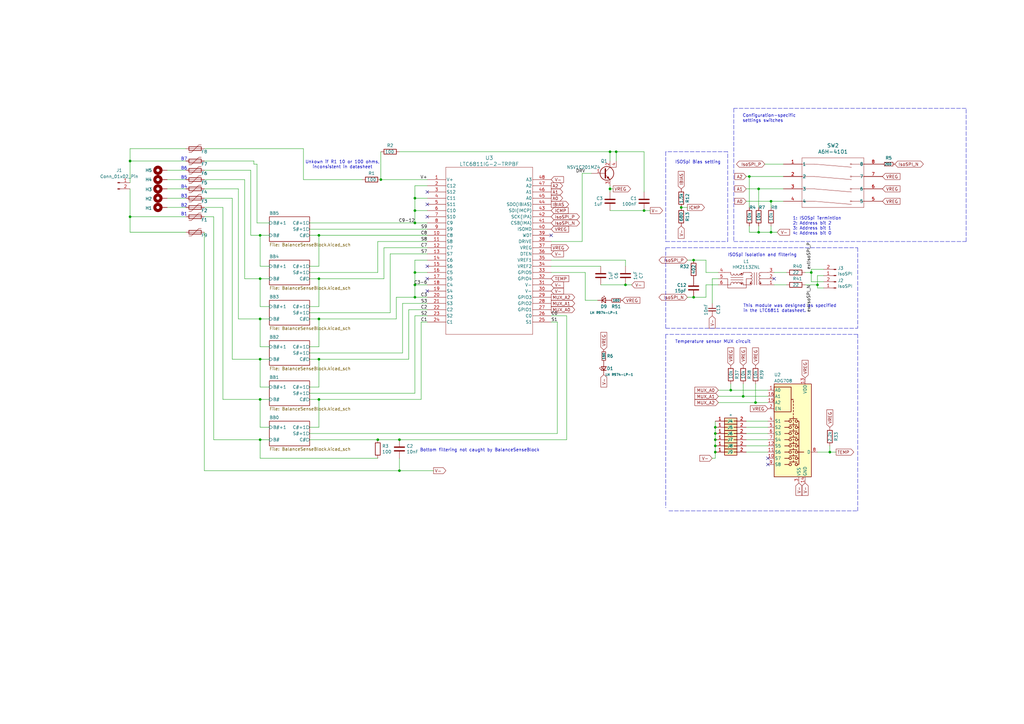
<source format=kicad_sch>
(kicad_sch (version 20231120) (generator "eeschema") (generator_version "8.0")
  (paper "A3")
  (lib_symbols
    (symbol "Connector:Conn_01x02_Pin" (pin_names (offset 1.016) hide)
      (property "Reference" "J" (at 0 2.54 0))
      (property "Value" "Conn_01x02_Pin" (at 0 -5.08 0))
      (symbol "Conn_01x02_Pin_1_1"
        (pin passive line (at 5.08 0 180) (length 3.81) (name "Pin_1") (number "1"))
        (pin passive line (at 5.08 -2.54 180) (length 3.81) (name "Pin_2") (number "2"))
      )
    )
    (symbol "Connector_Generic:Conn_02x01" (pin_names (offset 1.016) hide)
      (property "Reference" "J" (at 1.27 2.54 0))
      (property "Value" "Conn_02x01" (at 1.27 -2.54 0))
      (symbol "Conn_02x01_1_1"
        (pin passive line (at -5.08 0 0) (length 3.81) (name "Pin_1") (number "1"))
        (pin passive line (at 7.62 0 180) (length 3.81) (name "Pin_2") (number "2"))
      )
    )
    (symbol "Device:C" (pin_numbers hide) (pin_names (offset 0.254))
      (property "Reference" "C" (at 0.635 2.54 0))
      (property "Value" "C" (at 0.635 -2.54 0))
      (symbol "C_1_1"
        (pin passive line (at 0 3.81 270) (length 2.794) (name "~") (number "1"))
        (pin passive line (at 0 -3.81 90) (length 2.794) (name "~") (number "2"))
      )
    )
    (symbol "Device:C_Small" (pin_numbers hide) (pin_names (offset 0.254) hide)
      (property "Reference" "C" (at 0.254 1.778 0))
      (property "Value" "C_Small" (at 0.254 -2.032 0))
      (symbol "C_Small_1_1"
        (pin passive line (at 0 2.54 270) (length 2.032) (name "~") (number "1"))
        (pin passive line (at 0 -2.54 90) (length 2.032) (name "~") (number "2"))
      )
    )
    (symbol "Device:LED_Small" (pin_numbers hide) (pin_names (offset 0.254) hide)
      (property "Reference" "D" (at -1.27 3.175 0))
      (property "Value" "LED_Small" (at -4.445 -2.54 0))
      (symbol "LED_Small_1_1"
        (pin passive line (at -2.54 0 0) (length 1.778) (name "K") (number "1"))
        (pin passive line (at 2.54 0 180) (length 1.778) (name "A") (number "2"))
      )
    )
    (symbol "Device:Polyfuse" (pin_numbers hide) (pin_names (offset 0))
      (property "Reference" "F" (at -2.54 0 90))
      (property "Value" "Polyfuse" (at 2.54 0 90))
      (symbol "Polyfuse_1_1"
        (pin passive line (at 0 3.81 270) (length 1.27) (name "~") (number "1"))
        (pin passive line (at 0 -3.81 90) (length 1.27) (name "~") (number "2"))
      )
    )
    (symbol "Device:Q_NPN_BCEC" (pin_names (offset 0) hide)
      (property "Reference" "Q" (at 5.08 1.27 0))
      (property "Value" "Q_NPN_BCEC" (at 5.08 -1.27 0))
      (symbol "Q_NPN_BCEC_1_1"
        (pin input line (at -5.08 0 0) (length 5.715) (name "B") (number "1"))
        (pin passive line (at 2.54 5.08 270) (length 2.54) (name "C") (number "2"))
        (pin passive line (at 2.54 -5.08 90) (length 2.54) (name "E") (number "3"))
        (pin passive line (at 5.08 5.08 270) (length 2.54) (name "C") (number "4"))
      )
    )
    (symbol "Device:R" (pin_numbers hide) (pin_names (offset 0))
      (property "Reference" "R" (at 2.032 0 90))
      (property "Value" "R" (at 0 0 90))
      (symbol "R_1_1"
        (pin passive line (at 0 3.81 270) (length 1.27) (name "~") (number "1"))
        (pin passive line (at 0 -3.81 90) (length 1.27) (name "~") (number "2"))
      )
    )
    (symbol "Device:R_Small" (pin_numbers hide) (pin_names (offset 0.254) hide)
      (property "Reference" "R" (at 0.762 0.508 0))
      (property "Value" "R_Small" (at 0.762 -1.016 0))
      (symbol "R_Small_1_1"
        (pin passive line (at 0 2.54 270) (length 0.762) (name "~") (number "1"))
        (pin passive line (at 0 -2.54 90) (length 0.762) (name "~") (number "2"))
      )
    )
    (symbol "FSSymbols:ADG708" (pin_names (offset 0.254))
      (property "Reference" "U" (at -7.62 23.495 0))
      (property "Value" "ADG708" (at -7.62 21.59 0))
      (symbol "ADG708_1_1"
        (pin input line (at -10.16 15.24 0) (length 2.54) (name "A0") (number "1"))
        (pin bidirectional line (at -10.16 -12.7 0) (length 2.54) (name "S7") (number "10"))
        (pin bidirectional line (at -10.16 -10.16 0) (length 2.54) (name "S6") (number "11"))
        (pin bidirectional line (at -10.16 -7.62 0) (length 2.54) (name "S5") (number "12"))
        (pin power_in line (at 5.08 20.32 270) (length 2.54) (name "VDD") (number "13"))
        (pin power_in line (at 5.08 -22.86 90) (length 2.54) (name "GND") (number "14"))
        (pin input line (at -10.16 10.16 0) (length 2.54) (name "A2") (number "15"))
        (pin input line (at -10.16 12.7 0) (length 2.54) (name "A1") (number "16"))
        (pin input line (at -10.16 7.62 0) (length 2.54) (name "EN") (number "2"))
        (pin power_in line (at 2.54 -22.86 90) (length 2.54) (name "VSS") (number "3"))
        (pin bidirectional line (at -10.16 2.54 0) (length 2.54) (name "S1") (number "4"))
        (pin bidirectional line (at -10.16 0 0) (length 2.54) (name "S2") (number "5"))
        (pin bidirectional line (at -10.16 -2.54 0) (length 2.54) (name "S3") (number "6"))
        (pin bidirectional line (at -10.16 -5.08 0) (length 2.54) (name "S4") (number "7"))
        (pin bidirectional line (at 10.16 -10.16 180) (length 2.54) (name "D") (number "8"))
        (pin bidirectional line (at -10.16 -15.24 0) (length 2.54) (name "S8") (number "9"))
      )
    )
    (symbol "FSSymbols:HM2113ZNL" (pin_names (offset 0.254) hide)
      (property "Reference" "L" (at 0 7.62 0))
      (property "Value" "HM2113ZNL" (at 0 5.08 0))
      (symbol "HM2113ZNL_1_1"
        (pin passive line (at 11.43 -2.54 180) (length 2.54) (name "1") (number "1"))
        (pin passive line (at 11.43 0 180) (length 2.54) (name "2") (number "2"))
        (pin passive line (at 11.43 2.54 180) (length 2.54) (name "3") (number "3"))
        (pin passive line (at -11.43 2.54 0) (length 2.54) (name "4") (number "4"))
        (pin passive line (at -11.43 0 0) (length 2.54) (name "5") (number "5"))
        (pin passive line (at -11.43 -2.54 0) (length 2.54) (name "6") (number "6"))
      )
    )
    (symbol "FS_3_Global_Symbol_Library:A6H-4101" (pin_names (offset 0.254))
      (property "Reference" "SW" (at 20.32 7.62 0))
      (property "Value" "A6H-4101" (at 20.32 5.08 0))
      (symbol "A6H-4101_0_1"
        (pin unspecified line (at 0 0 0) (length 7.62) (name "1") (number "1"))
        (pin unspecified line (at 0 -5.08 0) (length 7.62) (name "2") (number "2"))
        (pin unspecified line (at 0 -10.16 0) (length 7.62) (name "3") (number "3"))
        (pin unspecified line (at 0 -15.24 0) (length 7.62) (name "4") (number "4"))
        (pin unspecified line (at 40.64 -15.24 180) (length 7.62) (name "5") (number "5"))
        (pin unspecified line (at 40.64 -10.16 180) (length 7.62) (name "6") (number "6"))
        (pin unspecified line (at 40.64 -5.08 180) (length 7.62) (name "7") (number "7"))
        (pin unspecified line (at 40.64 0 180) (length 7.62) (name "8") (number "8"))
      )
    )
    (symbol "FS_3_Global_Symbol_Library:LTC6811IG-2-TRPBF" (pin_names (offset 0.254))
      (property "Reference" "U" (at 25.4 10.16 0))
      (property "Value" "LTC6811IG-2-TRPBF" (at 25.4 7.62 0))
      (symbol "LTC6811IG-2-TRPBF_0_1"
        (pin power_in line (at 0 0 0) (length 7.62) (name "V+") (number "1"))
        (pin input line (at 0 -22.86 0) (length 7.62) (name "C8") (number "10"))
        (pin bidirectional line (at 0 -25.4 0) (length 7.62) (name "S8") (number "11"))
        (pin input line (at 0 -27.94 0) (length 7.62) (name "C7") (number "12"))
        (pin bidirectional line (at 0 -30.48 0) (length 7.62) (name "S7") (number "13"))
        (pin input line (at 0 -33.02 0) (length 7.62) (name "C6") (number "14"))
        (pin bidirectional line (at 0 -35.56 0) (length 7.62) (name "S6") (number "15"))
        (pin input line (at 0 -38.1 0) (length 7.62) (name "C5") (number "16"))
        (pin bidirectional line (at 0 -40.64 0) (length 7.62) (name "S5") (number "17"))
        (pin input line (at 0 -43.18 0) (length 7.62) (name "C4") (number "18"))
        (pin bidirectional line (at 0 -45.72 0) (length 7.62) (name "S4") (number "19"))
        (pin input line (at 0 -2.54 0) (length 7.62) (name "C12") (number "2"))
        (pin input line (at 0 -48.26 0) (length 7.62) (name "C3") (number "20"))
        (pin bidirectional line (at 0 -50.8 0) (length 7.62) (name "S3") (number "21"))
        (pin input line (at 0 -53.34 0) (length 7.62) (name "C2") (number "22"))
        (pin bidirectional line (at 0 -55.88 0) (length 7.62) (name "S2") (number "23"))
        (pin input line (at 0 -58.42 0) (length 7.62) (name "C1") (number "24"))
        (pin bidirectional line (at 50.8 -58.42 180) (length 7.62) (name "S1") (number "25"))
        (pin input line (at 50.8 -55.88 180) (length 7.62) (name "C0") (number "26"))
        (pin bidirectional line (at 50.8 -53.34 180) (length 7.62) (name "GPIO1") (number "27"))
        (pin bidirectional line (at 50.8 -50.8 180) (length 7.62) (name "GPIO2") (number "28"))
        (pin bidirectional line (at 50.8 -48.26 180) (length 7.62) (name "GPIO3") (number "29"))
        (pin bidirectional line (at 0 -5.08 0) (length 7.62) (name "S12") (number "3"))
        (pin power_in line (at 50.8 -45.72 180) (length 7.62) (name "V-") (number "30"))
        (pin power_in line (at 50.8 -43.18 180) (length 7.62) (name "V-") (number "31"))
        (pin bidirectional line (at 50.8 -40.64 180) (length 7.62) (name "GPIO4") (number "32"))
        (pin bidirectional line (at 50.8 -38.1 180) (length 7.62) (name "GPIO5") (number "33"))
        (pin power_in line (at 50.8 -35.56 180) (length 7.62) (name "VREF2") (number "34"))
        (pin power_in line (at 50.8 -33.02 180) (length 7.62) (name "VREF1") (number "35"))
        (pin input line (at 50.8 -30.48 180) (length 7.62) (name "DTEN") (number "36"))
        (pin power_in line (at 50.8 -27.94 180) (length 7.62) (name "VREG") (number "37"))
        (pin power_in line (at 50.8 -25.4 180) (length 7.62) (name "DRIVE") (number "38"))
        (pin output line (at 50.8 -22.86 180) (length 7.62) (name "WDT") (number "39"))
        (pin input line (at 0 -7.62 0) (length 7.62) (name "C11") (number "4"))
        (pin unspecified line (at 50.8 -20.32 180) (length 7.62) (name "ISOMD") (number "40"))
        (pin bidirectional line (at 50.8 -17.78 180) (length 7.62) (name "CSB(IMA)") (number "41"))
        (pin bidirectional line (at 50.8 -15.24 180) (length 7.62) (name "SCK(IPA)") (number "42"))
        (pin unspecified line (at 50.8 -12.7 180) (length 7.62) (name "SDI(IMCP)") (number "43"))
        (pin unspecified line (at 50.8 -10.16 180) (length 7.62) (name "SDO(IBIAS)") (number "44"))
        (pin input line (at 50.8 -7.62 180) (length 7.62) (name "A0") (number "45"))
        (pin input line (at 50.8 -5.08 180) (length 7.62) (name "A1") (number "46"))
        (pin input line (at 50.8 -2.54 180) (length 7.62) (name "A2") (number "47"))
        (pin input line (at 50.8 0 180) (length 7.62) (name "A3") (number "48"))
        (pin bidirectional line (at 0 -10.16 0) (length 7.62) (name "S11") (number "5"))
        (pin input line (at 0 -12.7 0) (length 7.62) (name "C10") (number "6"))
        (pin bidirectional line (at 0 -15.24 0) (length 7.62) (name "S10") (number "7"))
        (pin input line (at 0 -17.78 0) (length 7.62) (name "C9") (number "8"))
        (pin bidirectional line (at 0 -20.32 0) (length 7.62) (name "S9") (number "9"))
      )
    )
    (symbol "Mechanical:MountingHole_Pad" (pin_numbers hide) (pin_names (offset 1.016) hide) (exclude_from_sim yes) (in_bom no)
      (property "Reference" "H" (at 0 6.35 0))
      (property "Value" "MountingHole_Pad" (at 0 4.445 0))
      (symbol "MountingHole_Pad_1_1"
        (pin input line (at 0 -2.54 90) (length 2.54) (name "1") (number "1"))
      )
    )
  )
  (junction (at 170.18 116.84))
  (junction (at 250.19 77.47))
  (junction (at 340.36 185.42))
  (junction (at 106.68 114.3))
  (junction (at 130.81 114.3))
  (junction (at 284.48 121.92))
  (junction (at 130.81 130.81))
  (junction (at 106.68 96.52))
  (junction (at 53.34 88.9))
  (junction (at 170.18 111.76))
  (junction (at 293.37 185.42))
  (junction (at 163.83 193.04))
  (junction (at 304.8 162.56))
  (junction (at 284.48 106.68))
  (junction (at 293.37 177.8))
  (junction (at 299.72 160.02))
  (junction (at 130.81 96.52))
  (junction (at 170.18 91.44))
  (junction (at 311.15 95.25))
  (junction (at 53.34 66.04))
  (junction (at 256.54 116.84))
  (junction (at 106.68 163.83))
  (junction (at 154.94 180.34))
  (junction (at 279.4 85.09))
  (junction (at 106.68 147.32))
  (junction (at 130.81 163.83))
  (junction (at 130.81 147.32))
  (junction (at 332.74 111.76))
  (junction (at 316.23 95.25))
  (junction (at 170.18 121.92))
  (junction (at 156.21 73.66))
  (junction (at 250.19 62.23))
  (junction (at 106.68 180.34))
  (junction (at 170.18 81.28))
  (junction (at 293.37 180.34))
  (junction (at 252.73 62.23))
  (junction (at 335.28 116.84))
  (junction (at 170.18 86.36))
  (junction (at 309.88 165.1))
  (junction (at 163.83 180.34))
  (junction (at 106.68 130.81))
  (junction (at 307.34 72.39))
  (junction (at 293.37 182.88))
  (junction (at 311.15 77.47))
  (junction (at 264.16 86.36))
  (junction (at 316.23 82.55))
  (junction (at 293.37 175.26))
  (no_connect (at 175.26 109.22))
  (no_connect (at 314.96 190.5))
  (no_connect (at 175.26 88.9))
  (no_connect (at 317.5 114.3))
  (no_connect (at 175.26 119.38))
  (no_connect (at 314.96 187.96))
  (no_connect (at 175.26 114.3))
  (no_connect (at 175.26 78.74))
  (no_connect (at 226.06 96.52))
  (no_connect (at 175.26 83.82))
  (wire (pts (xy 251.46 77.47) (xy 250.19 77.47)))
  (wire (pts (xy 127 91.44) (xy 170.18 91.44)))
  (wire (pts (xy 311.15 77.47) (xy 311.15 85.09)))
  (wire (pts (xy 335.28 116.84) (xy 330.2 116.84)))
  (wire (pts (xy 335.28 116.84) (xy 335.28 118.11)))
  (wire (pts (xy 110.49 109.22) (xy 106.68 109.22)))
  (wire (pts (xy 172.72 132.08) (xy 175.26 132.08)))
  (wire (pts (xy 127 163.83) (xy 130.81 163.83)))
  (polyline (pts (xy 351.79 209.55) (xy 351.79 137.16)) (stroke (width 0) (type dash)))
  (wire (pts (xy 163.83 62.23) (xy 250.19 62.23)))
  (wire (pts (xy 100.33 114.3) (xy 106.68 114.3)))
  (wire (pts (xy 311.15 95.25) (xy 311.15 92.71)))
  (wire (pts (xy 97.79 130.81) (xy 106.68 130.81)))
  (wire (pts (xy 106.68 114.3) (xy 106.68 125.73)))
  (wire (pts (xy 170.18 106.68) (xy 175.26 106.68)))
  (wire (pts (xy 170.18 111.76) (xy 170.18 106.68)))
  (wire (pts (xy 314.96 185.42) (xy 306.07 185.42)))
  (wire (pts (xy 293.37 175.26) (xy 293.37 177.8)))
  (wire (pts (xy 250.19 86.36) (xy 264.16 86.36)))
  (wire (pts (xy 87.63 180.34) (xy 106.68 180.34)))
  (wire (pts (xy 106.68 142.24) (xy 110.49 142.24)))
  (wire (pts (xy 160.02 104.14) (xy 160.02 128.27)))
  (wire (pts (xy 106.68 96.52) (xy 106.68 109.22)))
  (wire (pts (xy 228.6 132.08) (xy 228.6 177.8)))
  (wire (pts (xy 110.49 175.26) (xy 106.68 175.26)))
  (wire (pts (xy 170.18 76.2) (xy 175.26 76.2)))
  (wire (pts (xy 106.68 163.83) (xy 110.49 163.83)))
  (wire (pts (xy 127 144.78) (xy 165.1 144.78)))
  (wire (pts (xy 332.74 111.76) (xy 332.74 115.57)))
  (wire (pts (xy 340.36 182.88) (xy 340.36 185.42)))
  (wire (pts (xy 167.64 147.32) (xy 167.64 127)))
  (wire (pts (xy 330.2 111.76) (xy 332.74 111.76)))
  (wire (pts (xy 162.56 121.92) (xy 162.56 130.81)))
  (wire (pts (xy 162.56 121.92) (xy 170.18 121.92)))
  (wire (pts (xy 104.14 67.31) (xy 104.14 66.04)))
  (wire (pts (xy 172.72 132.08) (xy 172.72 163.83)))
  (wire (pts (xy 91.44 163.83) (xy 106.68 163.83)))
  (wire (pts (xy 53.34 66.04) (xy 76.2 66.04)))
  (wire (pts (xy 127 109.22) (xy 130.81 109.22)))
  (wire (pts (xy 246.38 116.84) (xy 256.54 116.84)))
  (polyline (pts (xy 274.32 209.55) (xy 351.79 209.55)) (stroke (width 0) (type dash)))
  (wire (pts (xy 163.83 193.04) (xy 177.8 193.04)))
  (wire (pts (xy 110.49 158.75) (xy 106.68 158.75)))
  (wire (pts (xy 232.41 180.34) (xy 232.41 129.54)))
  (wire (pts (xy 170.18 86.36) (xy 170.18 91.44)))
  (wire (pts (xy 306.07 82.55) (xy 316.23 82.55)))
  (wire (pts (xy 102.87 96.52) (xy 106.68 96.52)))
  (wire (pts (xy 127 142.24) (xy 130.81 142.24)))
  (wire (pts (xy 335.28 113.03) (xy 337.82 113.03)))
  (wire (pts (xy 154.94 99.06) (xy 175.26 99.06)))
  (wire (pts (xy 130.81 147.32) (xy 167.64 147.32)))
  (wire (pts (xy 322.58 116.84) (xy 317.5 116.84)))
  (wire (pts (xy 83.82 77.47) (xy 97.79 77.47)))
  (wire (pts (xy 127 161.29) (xy 170.18 161.29)))
  (wire (pts (xy 284.48 106.68) (xy 289.56 106.68)))
  (wire (pts (xy 314.96 180.34) (xy 306.07 180.34)))
  (wire (pts (xy 307.34 72.39) (xy 307.34 85.09)))
  (wire (pts (xy 293.37 180.34) (xy 293.37 182.88)))
  (wire (pts (xy 130.81 130.81) (xy 162.56 130.81)))
  (wire (pts (xy 240.03 111.76) (xy 226.06 111.76)))
  (wire (pts (xy 106.68 175.26) (xy 106.68 163.83)))
  (wire (pts (xy 293.37 177.8) (xy 293.37 180.34)))
  (wire (pts (xy 264.16 86.36) (xy 266.7 86.36)))
  (wire (pts (xy 106.68 125.73) (xy 110.49 125.73)))
  (wire (pts (xy 104.14 66.04) (xy 83.82 66.04)))
  (wire (pts (xy 97.79 77.47) (xy 97.79 130.81)))
  (polyline (pts (xy 273.05 134.62) (xy 273.05 101.6)) (stroke (width 0) (type dash)))
  (wire (pts (xy 91.44 85.09) (xy 91.44 163.83)))
  (wire (pts (xy 170.18 91.44) (xy 175.26 91.44)))
  (wire (pts (xy 293.37 172.72) (xy 293.37 175.26)))
  (wire (pts (xy 170.18 86.36) (xy 175.26 86.36)))
  (wire (pts (xy 289.56 111.76) (xy 294.64 111.76)))
  (wire (pts (xy 316.23 85.09) (xy 316.23 82.55)))
  (wire (pts (xy 160.02 104.14) (xy 175.26 104.14)))
  (wire (pts (xy 238.76 71.12) (xy 242.57 71.12)))
  (wire (pts (xy 252.73 62.23) (xy 264.16 62.23)))
  (wire (pts (xy 83.82 81.28) (xy 95.25 81.28)))
  (wire (pts (xy 130.81 142.24) (xy 130.81 130.81)))
  (wire (pts (xy 154.94 111.76) (xy 154.94 99.06)))
  (wire (pts (xy 335.28 118.11) (xy 337.82 118.11)))
  (wire (pts (xy 250.19 62.23) (xy 252.73 62.23)))
  (wire (pts (xy 106.68 114.3) (xy 110.49 114.3)))
  (wire (pts (xy 154.94 180.34) (xy 163.83 180.34)))
  (wire (pts (xy 83.82 95.25) (xy 83.82 193.04)))
  (wire (pts (xy 170.18 76.2) (xy 170.18 81.28)))
  (wire (pts (xy 252.73 62.23) (xy 252.73 66.04)))
  (wire (pts (xy 130.81 175.26) (xy 130.81 163.83)))
  (wire (pts (xy 289.56 106.68) (xy 289.56 111.76)))
  (wire (pts (xy 127 93.98) (xy 175.26 93.98)))
  (wire (pts (xy 95.25 81.28) (xy 95.25 147.32)))
  (wire (pts (xy 130.81 114.3) (xy 127 114.3)))
  (wire (pts (xy 170.18 129.54) (xy 170.18 161.29)))
  (wire (pts (xy 332.74 110.49) (xy 332.74 111.76)))
  (wire (pts (xy 130.81 96.52) (xy 127 96.52)))
  (wire (pts (xy 83.82 60.96) (xy 124.46 60.96)))
  (wire (pts (xy 100.33 73.66) (xy 100.33 114.3)))
  (wire (pts (xy 105.41 67.31) (xy 105.41 91.44)))
  (wire (pts (xy 289.56 116.84) (xy 289.56 121.92)))
  (polyline (pts (xy 273.05 134.62) (xy 351.79 134.62)) (stroke (width 0) (type dash)))
  (wire (pts (xy 130.81 114.3) (xy 157.48 114.3)))
  (wire (pts (xy 130.81 147.32) (xy 127 147.32)))
  (wire (pts (xy 309.88 157.48) (xy 309.88 165.1)))
  (wire (pts (xy 106.68 158.75) (xy 106.68 147.32)))
  (wire (pts (xy 106.68 187.96) (xy 154.94 187.96)))
  (wire (pts (xy 226.06 129.54) (xy 232.41 129.54)))
  (wire (pts (xy 228.6 132.08) (xy 226.06 132.08)))
  (wire (pts (xy 307.34 72.39) (xy 321.31 72.39)))
  (wire (pts (xy 316.23 92.71) (xy 316.23 95.25)))
  (wire (pts (xy 240.03 123.19) (xy 240.03 111.76)))
  (wire (pts (xy 83.82 193.04) (xy 163.83 193.04)))
  (wire (pts (xy 110.49 91.44) (xy 105.41 91.44)))
  (wire (pts (xy 110.49 96.52) (xy 106.68 96.52)))
  (wire (pts (xy 293.37 185.42) (xy 293.37 187.96)))
  (wire (pts (xy 294.64 165.1) (xy 309.88 165.1)))
  (wire (pts (xy 53.34 60.96) (xy 53.34 66.04)))
  (wire (pts (xy 130.81 158.75) (xy 130.81 147.32)))
  (wire (pts (xy 256.54 106.68) (xy 256.54 109.22)))
  (wire (pts (xy 68.58 69.85) (xy 76.2 69.85)))
  (wire (pts (xy 307.34 95.25) (xy 311.15 95.25)))
  (wire (pts (xy 110.49 180.34) (xy 106.68 180.34)))
  (wire (pts (xy 170.18 129.54) (xy 175.26 129.54)))
  (wire (pts (xy 83.82 69.85) (xy 102.87 69.85)))
  (wire (pts (xy 170.18 111.76) (xy 175.26 111.76)))
  (polyline (pts (xy 396.24 44.45) (xy 300.99 44.45)) (stroke (width 0) (type dash)))
  (wire (pts (xy 170.18 121.92) (xy 175.26 121.92)))
  (wire (pts (xy 311.15 77.47) (xy 321.31 77.47)))
  (wire (pts (xy 293.37 182.88) (xy 293.37 185.42)))
  (wire (pts (xy 95.25 147.32) (xy 106.68 147.32)))
  (wire (pts (xy 68.58 77.47) (xy 76.2 77.47)))
  (wire (pts (xy 292.1 187.96) (xy 293.37 187.96)))
  (wire (pts (xy 106.68 180.34) (xy 106.68 187.96)))
  (polyline (pts (xy 300.99 99.06) (xy 396.24 99.06)) (stroke (width 0) (type dash)))
  (wire (pts (xy 342.9 185.42) (xy 340.36 185.42)))
  (polyline (pts (xy 300.99 44.45) (xy 300.99 99.06)) (stroke (width 0) (type dash)))
  (polyline (pts (xy 273.05 62.23) (xy 273.05 99.06)) (stroke (width 0) (type dash)))
  (wire (pts (xy 304.8 162.56) (xy 314.96 162.56)))
  (wire (pts (xy 156.21 62.23) (xy 156.21 73.66)))
  (wire (pts (xy 238.76 71.12) (xy 238.76 99.06)))
  (wire (pts (xy 110.49 130.81) (xy 106.68 130.81)))
  (wire (pts (xy 170.18 81.28) (xy 175.26 81.28)))
  (wire (pts (xy 289.56 116.84) (xy 294.64 116.84)))
  (wire (pts (xy 130.81 96.52) (xy 130.81 109.22)))
  (wire (pts (xy 250.19 77.47) (xy 250.19 76.2)))
  (wire (pts (xy 157.48 101.6) (xy 157.48 114.3)))
  (wire (pts (xy 281.94 121.92) (xy 284.48 121.92)))
  (wire (pts (xy 170.18 81.28) (xy 170.18 86.36)))
  (wire (pts (xy 317.5 111.76) (xy 322.58 111.76)))
  (wire (pts (xy 306.07 172.72) (xy 314.96 172.72)))
  (polyline (pts (xy 273.05 137.16) (xy 273.05 208.28)) (stroke (width 0) (type dash)))
  (wire (pts (xy 170.18 116.84) (xy 175.26 116.84)))
  (wire (pts (xy 104.14 67.31) (xy 105.41 67.31)))
  (wire (pts (xy 130.81 130.81) (xy 127 130.81)))
  (wire (pts (xy 304.8 157.48) (xy 304.8 162.56)))
  (wire (pts (xy 53.34 88.9) (xy 76.2 88.9)))
  (wire (pts (xy 314.96 175.26) (xy 306.07 175.26)))
  (polyline (pts (xy 298.45 62.23) (xy 273.05 62.23)) (stroke (width 0) (type dash)))
  (wire (pts (xy 106.68 130.81) (xy 106.68 142.24)))
  (wire (pts (xy 130.81 114.3) (xy 130.81 125.73)))
  (polyline (pts (xy 298.45 99.06) (xy 298.45 62.23)) (stroke (width 0) (type dash)))
  (wire (pts (xy 76.2 95.25) (xy 53.34 95.25)))
  (wire (pts (xy 130.81 163.83) (xy 172.72 163.83)))
  (wire (pts (xy 53.34 95.25) (xy 53.34 88.9)))
  (wire (pts (xy 335.28 116.84) (xy 335.28 113.03)))
  (polyline (pts (xy 396.24 99.06) (xy 396.24 44.45)) (stroke (width 0) (type dash)))
  (wire (pts (xy 316.23 95.25) (xy 311.15 95.25)))
  (wire (pts (xy 127 111.76) (xy 154.94 111.76)))
  (wire (pts (xy 83.82 85.09) (xy 91.44 85.09)))
  (wire (pts (xy 316.23 82.55) (xy 321.31 82.55)))
  (polyline (pts (xy 351.79 101.6) (xy 351.79 134.62)) (stroke (width 0) (type dash)))
  (wire (pts (xy 110.49 147.32) (xy 106.68 147.32)))
  (wire (pts (xy 299.72 157.48) (xy 299.72 160.02)))
  (polyline (pts (xy 273.05 99.06) (xy 298.45 99.06)) (stroke (width 0) (type dash)))
  (polyline (pts (xy 273.05 101.6) (xy 351.79 101.6)) (stroke (width 0) (type dash)))
  (wire (pts (xy 127 158.75) (xy 130.81 158.75)))
  (wire (pts (xy 306.07 77.47) (xy 311.15 77.47)))
  (wire (pts (xy 264.16 62.23) (xy 264.16 78.74)))
  (wire (pts (xy 170.18 111.76) (xy 170.18 116.84)))
  (wire (pts (xy 130.81 96.52) (xy 175.26 96.52)))
  (wire (pts (xy 148.59 73.66) (xy 124.46 73.66)))
  (wire (pts (xy 307.34 92.71) (xy 307.34 95.25)))
  (wire (pts (xy 226.06 109.22) (xy 246.38 109.22)))
  (wire (pts (xy 53.34 77.47) (xy 53.34 88.9)))
  (wire (pts (xy 53.34 74.93) (xy 53.34 66.04)))
  (wire (pts (xy 124.46 60.96) (xy 124.46 73.66)))
  (wire (pts (xy 281.94 85.09) (xy 279.4 85.09)))
  (wire (pts (xy 127 177.8) (xy 228.6 177.8)))
  (wire (pts (xy 281.94 106.68) (xy 284.48 106.68)))
  (wire (pts (xy 127 125.73) (xy 130.81 125.73)))
  (polyline (pts (xy 351.79 137.16) (xy 273.05 137.16)) (stroke (width 0) (type dash)))
  (wire (pts (xy 284.48 121.92) (xy 289.56 121.92)))
  (wire (pts (xy 68.58 85.09) (xy 76.2 85.09)))
  (wire (pts (xy 226.06 106.68) (xy 256.54 106.68)))
  (wire (pts (xy 250.19 62.23) (xy 250.19 66.04)))
  (wire (pts (xy 87.63 88.9) (xy 87.63 180.34)))
  (wire (pts (xy 299.72 160.02) (xy 314.96 160.02)))
  (wire (pts (xy 127 128.27) (xy 160.02 128.27)))
  (wire (pts (xy 250.19 77.47) (xy 250.19 78.74)))
  (wire (pts (xy 294.64 160.02) (xy 299.72 160.02)))
  (wire (pts (xy 332.74 115.57) (xy 337.82 115.57)))
  (wire (pts (xy 316.23 95.25) (xy 318.77 95.25)))
  (wire (pts (xy 76.2 60.96) (xy 53.34 60.96)))
  (wire (pts (xy 226.06 99.06) (xy 238.76 99.06)))
  (wire (pts (xy 156.21 73.66) (xy 175.26 73.66)))
  (wire (pts (xy 313.69 67.31) (xy 321.31 67.31)))
  (wire (pts (xy 175.26 101.6) (xy 157.48 101.6)))
  (wire (pts (xy 170.18 116.84) (xy 170.18 121.92)))
  (wire (pts (xy 163.83 187.96) (xy 163.83 193.04)))
  (wire (pts (xy 245.11 123.19) (xy 240.03 123.19)))
  (wire (pts (xy 306.07 72.39) (xy 307.34 72.39)))
  (wire (pts (xy 163.83 180.34) (xy 232.41 180.34)))
  (wire (pts (xy 294.64 162.56) (xy 304.8 162.56)))
  (wire (pts (xy 340.36 185.42) (xy 335.28 185.42)))
  (wire (pts (xy 256.54 116.84) (xy 259.08 116.84)))
  (wire (pts (xy 306.07 182.88) (xy 314.96 182.88)))
  (wire (pts (xy 167.64 127) (xy 175.26 127)))
  (wire (pts (xy 292.1 124.46) (xy 292.1 114.3)))
  (wire (pts (xy 309.88 165.1) (xy 314.96 165.1)))
  (wire (pts (xy 292.1 114.3) (xy 294.64 114.3)))
  (wire (pts (xy 83.82 88.9) (xy 87.63 88.9)))
  (wire (pts (xy 127 175.26) (xy 130.81 175.26)))
  (wire (pts (xy 306.07 177.8) (xy 314.96 177.8)))
  (wire (pts (xy 68.58 81.28) (xy 76.2 81.28)))
  (wire (pts (xy 83.82 73.66) (xy 100.33 73.66)))
  (wire (pts (xy 165.1 124.46) (xy 165.1 144.78)))
  (wire (pts (xy 127 180.34) (xy 154.94 180.34)))
  (wire (pts (xy 68.58 73.66) (xy 76.2 73.66)))
  (wire (pts (xy 165.1 124.46) (xy 175.26 124.46)))
  (wire (pts (xy 337.82 110.49) (xy 332.74 110.49)))
  (wire (pts (xy 102.87 69.85) (xy 102.87 96.52)))
  (text "ISOSpi Bias setting" (at 276.86 67.31 0) (effects (font (size 1.27 1.27)) (justify left bottom)))
  (text "Bottom filtering not caught by BalanceSenseBlock" (at 172.212 185.42 0) (effects (font (size 1.27 1.27)) (justify left bottom)))
  (text "B6\n" (at 74.168 69.85 0) (effects (font (size 1.27 1.27)) (justify left bottom)))
  (text "This module was designed as specified\nin the LTC6811 datasheet." (at 304.8 128.27 0) (effects (font (size 1.27 1.27)) (justify left bottom)))
  (text "B5\n" (at 74.168 73.66 0) (effects (font (size 1.27 1.27)) (justify left bottom)))
  (text "Configuration-specific\nsettings switches" (at 304.546 50.292 0) (effects (font (size 1.27 1.27)) (justify left bottom)))
  (text "Unkown if R1 10 or 100 ohms,\ninconsistent in datasheet" (at 140.462 67.564 0) (effects (font (size 1.27 1.27))))
  (text "1: ISOSpi Termintion\n2: Address bit 2\n3: Address bit 1\n4: Address bit 0" (at 325.12 96.52 0) (effects (font (size 1.27 1.27)) (justify left bottom)))
  (text "B4" (at 74.168 77.47 0) (effects (font (size 1.27 1.27)) (justify left bottom)))
  (text "B2\n" (at 74.168 85.09 0) (effects (font (size 1.27 1.27)) (justify left bottom)))
  (text "Temperature sensor MUX circuit" (at 276.86 140.97 0) (effects (font (size 1.27 1.27)) (justify left bottom)))
  (text "B7" (at 74.168 66.04 0) (effects (font (size 1.27 1.27)) (justify left bottom)))
  (text "ISOSpi isolation and filtering" (at 298.45 105.41 0) (effects (font (size 1.27 1.27)) (justify left bottom)))
  (text "B3\n" (at 74.168 81.28 0) (effects (font (size 1.27 1.27)) (justify left bottom)))
  (text "B1\n" (at 74.168 88.646 0) (effects (font (size 1.27 1.27)) (justify left bottom)))
  (label "S2" (at 175.26 129.54 180))
  (label "C3" (at 175.26 121.92 180))
  (label "DRV" (at 240.03 71.12 180))
  (label "V+" (at 175.26 73.66 180))
  (label "C3-6" (at 175.26 116.84 180))
  (label "S7" (at 175.26 104.14 180))
  (label "C9-12" (at 170.18 91.44 180))
  (label "C7" (at 175.26 101.6 180))
  (label "S3" (at 175.26 124.46 180))
  (label "C8" (at 175.26 96.52 180))
  (label "C1" (at 175.26 132.08 180))
  (label "S8" (at 175.26 99.06 180))
  (label "C2" (at 175.26 127 180))
  (label "C0" (at 226.06 129.54 0))
  (label "extIsoSPI_N" (at 332.74 116.84 270))
  (label "extIsoSPI_P" (at 332.74 110.49 90))
  (label "S9" (at 175.26 93.98 180))
  (label "S1" (at 226.06 132.08 0))
  (global_label "V-" (shape input) (at 327.66 198.12 270) (property "Intersheetrefs" "${INTERSHEET_REFS}" (effects (hide yes))))
  (global_label "IsoSPI_P" (shape bidirectional) (at 281.94 106.68 180) (property "Intersheetrefs" "${INTERSHEET_REFS}" (effects (hide yes))))
  (global_label "VREG" (shape input) (at 226.06 93.98 0) (property "Intersheetrefs" "${INTERSHEET_REFS}" (effects (hide yes))))
  (global_label "VREG" (shape input) (at 314.96 167.64 180) (property "Intersheetrefs" "${INTERSHEET_REFS}" (effects (hide yes))))
  (global_label "A0" (shape input) (at 306.07 82.55 180) (property "Intersheetrefs" "${INTERSHEET_REFS}" (effects (hide yes))))
  (global_label "VREG" (shape input) (at 309.88 149.86 90) (property "Intersheetrefs" "${INTERSHEET_REFS}" (effects (hide yes))))
  (global_label "ICMP" (shape output) (at 281.94 85.09 0) (property "Intersheetrefs" "${INTERSHEET_REFS}" (effects (hide yes))))
  (global_label "MUX_A0" (shape output) (at 226.06 127 0) (property "Intersheetrefs" "${INTERSHEET_REFS}" (effects (hide yes))))
  (global_label "V-" (shape input) (at 330.2 198.12 270) (property "Intersheetrefs" "${INTERSHEET_REFS}" (effects (hide yes))))
  (global_label "TEMP" (shape input) (at 226.06 114.3 0) (property "Intersheetrefs" "${INTERSHEET_REFS}" (effects (hide yes))))
  (global_label "V-" (shape input) (at 226.06 73.66 0) (property "Intersheetrefs" "${INTERSHEET_REFS}" (effects (hide yes))))
  (global_label "IsoSPI_P" (shape bidirectional) (at 313.69 67.31 180) (property "Intersheetrefs" "${INTERSHEET_REFS}" (effects (hide yes))))
  (global_label "V-" (shape input) (at 226.06 119.38 0) (property "Intersheetrefs" "${INTERSHEET_REFS}" (effects (hide yes))))
  (global_label "VREG" (shape input) (at 361.95 82.55 0) (property "Intersheetrefs" "${INTERSHEET_REFS}" (effects (hide yes))))
  (global_label "VREG" (shape input) (at 255.27 123.19 0) (property "Intersheetrefs" "${INTERSHEET_REFS}" (effects (hide yes))))
  (global_label "IsoSPI_N" (shape bidirectional) (at 226.06 91.44 0) (property "Intersheetrefs" "${INTERSHEET_REFS}" (effects (hide yes))))
  (global_label "A1" (shape output) (at 226.06 78.74 0) (property "Intersheetrefs" "${INTERSHEET_REFS}" (effects (hide yes))))
  (global_label "IsoSPI_N" (shape bidirectional) (at 281.94 121.92 180) (property "Intersheetrefs" "${INTERSHEET_REFS}" (effects (hide yes))))
  (global_label "V-" (shape input) (at 318.77 95.25 0) (property "Intersheetrefs" "${INTERSHEET_REFS}" (effects (hide yes))))
  (global_label "MUX_A1" (shape output) (at 226.06 124.46 0) (property "Intersheetrefs" "${INTERSHEET_REFS}" (effects (hide yes))))
  (global_label "V-" (shape input) (at 247.65 153.67 270) (property "Intersheetrefs" "${INTERSHEET_REFS}" (effects (hide yes))))
  (global_label "V-" (shape output) (at 177.8 193.04 0) (property "Intersheetrefs" "${INTERSHEET_REFS}" (effects (hide yes))))
  (global_label "VREG" (shape output) (at 251.46 77.47 0) (property "Intersheetrefs" "${INTERSHEET_REFS}" (effects (hide yes))))
  (global_label "VREG" (shape input) (at 304.8 149.86 90) (property "Intersheetrefs" "${INTERSHEET_REFS}" (effects (hide yes))))
  (global_label "IsoSPI_P" (shape bidirectional) (at 226.06 88.9 0) (property "Intersheetrefs" "${INTERSHEET_REFS}" (effects (hide yes))))
  (global_label "V-" (shape input) (at 226.06 104.14 0) (property "Intersheetrefs" "${INTERSHEET_REFS}" (effects (hide yes))))
  (global_label "ICMP" (shape input) (at 226.06 86.36 0) (property "Intersheetrefs" "${INTERSHEET_REFS}" (effects (hide yes))))
  (global_label "VREG" (shape input) (at 299.72 149.86 90) (property "Intersheetrefs" "${INTERSHEET_REFS}" (effects (hide yes))))
  (global_label "V-" (shape input) (at 292.1 129.54 270) (property "Intersheetrefs" "${INTERSHEET_REFS}" (effects (hide yes))))
  (global_label "A0" (shape output) (at 226.06 81.28 0) (property "Intersheetrefs" "${INTERSHEET_REFS}" (effects (hide yes))))
  (global_label "TEMP" (shape output) (at 342.9 185.42 0) (property "Intersheetrefs" "${INTERSHEET_REFS}" (effects (hide yes))))
  (global_label "V-" (shape input) (at 259.08 116.84 0) (property "Intersheetrefs" "${INTERSHEET_REFS}" (effects (hide yes))))
  (global_label "VREG" (shape input) (at 361.95 77.47 0) (property "Intersheetrefs" "${INTERSHEET_REFS}" (effects (hide yes))))
  (global_label "VREG" (shape input) (at 330.2 154.94 90) (property "Intersheetrefs" "${INTERSHEET_REFS}" (effects (hide yes))))
  (global_label "VREG" (shape input) (at 247.65 143.51 90) (property "Intersheetrefs" "${INTERSHEET_REFS}" (effects (hide yes))))
  (global_label "VREG" (shape input) (at 361.95 72.39 0) (property "Intersheetrefs" "${INTERSHEET_REFS}" (effects (hide yes))))
  (global_label "V-" (shape input) (at 292.1 187.96 180) (property "Intersheetrefs" "${INTERSHEET_REFS}" (effects (hide yes))))
  (global_label "V-" (shape input) (at 226.06 116.84 0) (property "Intersheetrefs" "${INTERSHEET_REFS}" (effects (hide yes))))
  (global_label "A2" (shape input) (at 306.07 72.39 180) (property "Intersheetrefs" "${INTERSHEET_REFS}" (effects (hide yes))))
  (global_label "V-" (shape input) (at 279.4 92.71 270) (property "Intersheetrefs" "${INTERSHEET_REFS}" (effects (hide yes))))
  (global_label "IBIAS" (shape input) (at 279.4 77.47 90) (property "Intersheetrefs" "${INTERSHEET_REFS}" (effects (hide yes))))
  (global_label "A1" (shape input) (at 306.07 77.47 180) (property "Intersheetrefs" "${INTERSHEET_REFS}" (effects (hide yes))))
  (global_label "MUX_A2" (shape output) (at 226.06 121.92 0) (property "Intersheetrefs" "${INTERSHEET_REFS}" (effects (hide yes))))
  (global_label "MUX_A2" (shape input) (at 294.64 165.1 180) (property "Intersheetrefs" "${INTERSHEET_REFS}" (effects (hide yes))))
  (global_label "IBIAS" (shape output) (at 226.06 83.82 0) (property "Intersheetrefs" "${INTERSHEET_REFS}" (effects (hide yes))))
  (global_label "MUX_A1" (shape input) (at 294.64 162.56 180) (property "Intersheetrefs" "${INTERSHEET_REFS}" (effects (hide yes))))
  (global_label "V-" (shape output) (at 266.7 86.36 0) (property "Intersheetrefs" "${INTERSHEET_REFS}" (effects (hide yes))))
  (global_label "VREG" (shape output) (at 226.06 101.6 0) (property "Intersheetrefs" "${INTERSHEET_REFS}" (effects (hide yes))))
  (global_label "VREG" (shape input) (at 340.36 175.26 90) (property "Intersheetrefs" "${INTERSHEET_REFS}" (effects (hide yes))))
  (global_label "MUX_A0" (shape input) (at 294.64 160.02 180) (property "Intersheetrefs" "${INTERSHEET_REFS}" (effects (hide yes))))
  (global_label "A2" (shape output) (at 226.06 76.2 0) (property "Intersheetrefs" "${INTERSHEET_REFS}" (effects (hide yes))))
  (global_label "IsoSPI_N" (shape bidirectional) (at 367.03 67.31 0) (property "Intersheetrefs" "${INTERSHEET_REFS}" (effects (hide yes))))
  (symbol (lib_id "Device:R") (at 160.02 62.23 270) (unit 1)
    (property "Reference" "R2" (at 160.02 59.69 90))
    (property "Value" "100" (at 159.766 62.23 90))
    (property "Footprint" "Resistor_SMD:R_0805_2012Metric_Pad1.20x1.40mm_HandSolder" (effects (hide yes)))
  )
  (symbol (lib_id "Device:R") (at 279.4 81.28 180) (unit 1)
    (property "Reference" "R12" (at 281.94 81.28 90))
    (property "Value" "1.5k" (at 279.4 81.28 90))
    (property "Footprint" "Resistor_SMD:R_0805_2012Metric_Pad1.20x1.40mm_HandSolder" (effects (hide yes)))
  )
  (symbol (lib_id "Connector:Conn_01x02_Pin") (at 342.9 113.03 180) (unit 1)
    (property "Reference" "J3" (at 343.5858 109.982 0) (effects (justify right)))
    (property "Value" "IsoSPI" (at 343.5858 112.2934 0) (effects (justify right)))
    (property "Footprint" "Connector_Molex:Molex_Nano-Fit_105313-xx02_1x02_P2.50mm_Horizontal" (effects (hide yes)))
    (property "Description" "Generic connector, single row, 01x02, script generated" (effects (hide yes)))
  )
  (symbol (lib_id "Device:R") (at 279.4 88.9 180) (unit 1)
    (property "Reference" "R13" (at 281.94 88.9 90))
    (property "Value" "680" (at 279.4 88.9 90))
    (property "Footprint" "Resistor_SMD:R_0805_2012Metric_Pad1.20x1.40mm_HandSolder" (effects (hide yes)))
  )
  (symbol (lib_id "Device:Q_NPN_BCEC") (at 247.65 71.12 0) (unit 1)
    (property "Reference" "Q1" (at 246.38 66.04 0) (effects (justify left)))
    (property "Value" "NSV1C201MZ4" (at 232.41 68.58 0) (effects (justify left)))
    (property "Footprint" "Package_TO_SOT_SMD:SOT-223" (effects (hide yes)))
    (property "Datasheet" "https://www.onsemi.com/pub/Collateral/NSS1C201MZ4-D.PDF" (effects (hide yes)))
  )
  (symbol (lib_id "Device:C") (at 250.19 82.55 0) (mirror y) (unit 1)
    (property "Reference" "C3" (at 247.269 81.3816 0) (effects (justify left)))
    (property "Value" "1uF" (at 247.269 83.693 0) (effects (justify left)))
    (property "Footprint" "Capacitor_SMD:C_0805_2012Metric_Pad1.18x1.45mm_HandSolder" (effects (hide yes)))
  )
  (symbol (lib_id "Device:C") (at 264.16 82.55 0) (mirror y) (unit 1)
    (property "Reference" "C1" (at 261.239 81.3816 0) (effects (justify left)))
    (property "Value" "100nF" (at 261.239 83.693 0) (effects (justify left)))
    (property "Footprint" "Capacitor_SMD:C_0805_2012Metric_Pad1.18x1.45mm_HandSolder" (effects (hide yes)))
  )
  (symbol (lib_id "FSSymbols:ADG708") (at 325.12 175.26 0) (unit 1)
    (property "Reference" "U2" (at 317.5 153.67 0) (effects (justify left)))
    (property "Value" "ADG708" (at 317.5 156.21 0) (effects (justify left)))
    (property "Footprint" "Package_SO:TSSOP-16_4.4x5mm_P0.65mm" (effects (hide yes)))
    (property "Datasheet" "https://www.analog.com/media/en/technical-documentation/data-sheets/ADG708_709.pdf" (effects (hide yes)))
  )
  (symbol (lib_id "Device:C") (at 256.54 113.03 180) (unit 1)
    (property "Reference" "C7" (at 262.9408 113.03 90))
    (property "Value" "1uF" (at 260.6294 113.03 90))
    (property "Footprint" "Capacitor_SMD:C_0805_2012Metric_Pad1.18x1.45mm_HandSolder" (effects (hide yes)))
  )
  (symbol (lib_id "Device:C") (at 246.38 113.03 180) (unit 1)
    (property "Reference" "C6" (at 252.7808 113.03 90))
    (property "Value" "1uF" (at 250.4694 113.03 90))
    (property "Footprint" "Capacitor_SMD:C_0805_2012Metric_Pad1.18x1.45mm_HandSolder" (effects (hide yes)))
  )
  (symbol (lib_id "FSSymbols:HM2113ZNL") (at 306.07 114.3 0) (unit 1)
    (property "Reference" "L1" (at 306.07 107.2388 0))
    (property "Value" "HM2113ZNL" (at 306.07 109.5502 0))
    (property "Footprint" "FS_3_Global_Footprint_Library:HM2113ZNLT" (effects (hide yes)))
  )
  (symbol (lib_id "Device:R") (at 340.36 179.07 180) (unit 1)
    (property "Reference" "R33" (at 342.9 179.07 90))
    (property "Value" "2.2k" (at 340.36 179.07 90))
    (property "Footprint" "Resistor_SMD:R_0805_2012Metric_Pad1.20x1.40mm_HandSolder" (effects (hide yes)))
  )
  (symbol (lib_id "Device:R") (at 311.15 88.9 0) (unit 1)
    (property "Reference" "R7" (at 311.15 85.09 0) (effects (justify left)))
    (property "Value" "10k" (at 311.15 88.9 90))
    (property "Footprint" "Resistor_SMD:R_0805_2012Metric_Pad1.20x1.40mm_HandSolder" (effects (hide yes)))
  )
  (symbol (lib_id "Device:R") (at 316.23 88.9 0) (unit 1)
    (property "Reference" "R8" (at 316.23 85.09 0) (effects (justify left)))
    (property "Value" "10k" (at 316.23 88.9 90))
    (property "Footprint" "Resistor_SMD:R_0805_2012Metric_Pad1.20x1.40mm_HandSolder" (effects (hide yes)))
  )
  (symbol (lib_id "Device:R") (at 326.39 111.76 270) (mirror x) (unit 1)
    (property "Reference" "R40" (at 325.12 109.22 90) (effects (justify left)))
    (property "Value" "22" (at 326.39 111.76 90))
    (property "Footprint" "Resistor_SMD:R_0805_2012Metric_Pad1.20x1.40mm_HandSolder" (effects (hide yes)))
  )
  (symbol (lib_id "Device:R") (at 326.39 116.84 270) (mirror x) (unit 1)
    (property "Reference" "R41" (at 325.12 114.3 90) (effects (justify left)))
    (property "Value" "22" (at 326.39 116.84 90))
    (property "Footprint" "Resistor_SMD:R_0805_2012Metric_Pad1.20x1.40mm_HandSolder" (effects (hide yes)))
  )
  (symbol (lib_id "Device:R") (at 299.72 153.67 180) (unit 1)
    (property "Reference" "R37" (at 302.26 153.67 90))
    (property "Value" "10k" (at 299.72 153.67 90))
    (property "Footprint" "Resistor_SMD:R_0805_2012Metric_Pad1.20x1.40mm_HandSolder" (effects (hide yes)))
  )
  (symbol (lib_id "Device:R") (at 304.8 153.67 180) (unit 1)
    (property "Reference" "R38" (at 307.34 153.67 90))
    (property "Value" "10k" (at 304.8 153.67 90))
    (property "Footprint" "Resistor_SMD:R_0805_2012Metric_Pad1.20x1.40mm_HandSolder" (effects (hide yes)))
  )
  (symbol (lib_id "Device:R") (at 309.88 153.67 180) (unit 1)
    (property "Reference" "R39" (at 312.42 153.67 90))
    (property "Value" "10k" (at 309.88 153.67 90))
    (property "Footprint" "Resistor_SMD:R_0805_2012Metric_Pad1.20x1.40mm_HandSolder" (effects (hide yes)))
  )
  (symbol (lib_id "Device:R") (at 284.48 110.49 0) (mirror y) (unit 1)
    (property "Reference" "R32" (at 282.702 109.3216 0) (effects (justify left)))
    (property "Value" "402" (at 284.48 110.49 90))
    (property "Footprint" "Resistor_SMD:R_0805_2012Metric_Pad1.20x1.40mm_HandSolder" (effects (hide yes)))
  )
  (symbol (lib_id "Device:C") (at 284.48 118.11 0) (mirror x) (unit 1)
    (property "Reference" "C12" (at 281.5844 116.9416 0) (effects (justify right)))
    (property "Value" "15pF" (at 281.5844 119.253 0) (effects (justify right)))
    (property "Footprint" "Capacitor_SMD:C_0805_2012Metric_Pad1.18x1.45mm_HandSolder" (effects (hide yes)))
  )
  (symbol (lib_id "Device:C_Small") (at 292.1 127 0) (unit 1)
    (property "Reference" "C13" (at 294.64 127 90))
    (property "Value" "10nF" (at 289.56 127 90))
    (property "Footprint" "Capacitor_SMD:C_0805_2012Metric_Pad1.18x1.45mm_HandSolder" (effects (hide yes)))
  )
  (symbol (lib_id "Device:LED_Small") (at 247.65 151.13 90) (unit 1)
    (property "Reference" "D1" (at 250.19 151.13 90))
    (property "Value" "LH R974-LP-1" (at 254 153.67 90) (effects (font (size 0.9652 0.9652))))
    (property "Footprint" "LED_SMD:LED_0805_2012Metric_Pad1.15x1.40mm_HandSolder" (effects (hide yes)))
  )
  (symbol (lib_id "Device:R_Small") (at 247.65 146.05 180) (unit 1)
    (property "Reference" "R6" (at 250.19 146.05 0))
    (property "Value" "160" (at 247.65 146.05 90) (effects (font (size 0.9652 0.9652))))
    (property "Footprint" "Resistor_SMD:R_0805_2012Metric_Pad1.20x1.40mm_HandSolder" (effects (hide yes)))
  )
  (symbol (lib_id "Device:LED_Small") (at 247.65 123.19 0) (unit 1)
    (property "Reference" "D9" (at 247.65 125.73 0))
    (property "Value" "LH R974-LP-1" (at 247.65 128.27 0) (effects (font (size 0.9652 0.9652))))
    (property "Footprint" "LED_SMD:LED_0805_2012Metric_Pad1.15x1.40mm_HandSolder" (effects (hide yes)))
  )
  (symbol (lib_id "Device:R_Small") (at 252.73 123.19 90) (unit 1)
    (property "Reference" "R51" (at 252.73 125.73 90))
    (property "Value" "160" (at 252.73 123.19 90) (effects (font (size 0.9652 0.9652))))
    (property "Footprint" "Resistor_SMD:R_0805_2012Metric_Pad1.20x1.40mm_HandSolder" (effects (hide yes)))
  )
  (symbol (lib_id "Connector:Conn_01x02_Pin") (at 342.9 118.11 180) (unit 1)
    (property "Reference" "J2" (at 343.5858 115.062 0) (effects (justify right)))
    (property "Value" "IsoSPI" (at 343.5858 117.3734 0) (effects (justify right)))
    (property "Footprint" "Connector_Molex:Molex_Nano-Fit_105313-xx02_1x02_P2.50mm_Horizontal" (effects (hide yes)))
    (property "Description" "Generic connector, single row, 01x02, script generated" (effects (hide yes)))
  )
  (symbol (lib_id "Device:R") (at 152.4 73.66 270) (unit 1)
    (property "Reference" "R1" (at 152.4 71.12 90))
    (property "Value" "100" (at 152.4 73.66 90))
    (property "Footprint" "Resistor_SMD:R_0805_2012Metric_Pad1.20x1.40mm_HandSolder" (effects (hide yes)))
  )
  (symbol (lib_id "Device:Polyfuse") (at 80.01 66.04 270) (unit 1)
    (property "Reference" "F7" (at 83.82 67.31 90))
    (property "Value" "Polyfuse" (effects (hide yes)))
    (property "Footprint" "Fuse:Fuse_1812_4532Metric_Pad1.30x3.40mm_HandSolder" (effects (hide yes)))
  )
  (symbol (lib_id "Device:Polyfuse") (at 80.01 69.85 270) (unit 1)
    (property "Reference" "F6" (at 83.82 71.12 90))
    (property "Value" "Polyfuse" (effects (hide yes)))
    (property "Footprint" "Fuse:Fuse_1812_4532Metric_Pad1.30x3.40mm_HandSolder" (effects (hide yes)))
  )
  (symbol (lib_id "Device:Polyfuse") (at 80.01 73.66 270) (unit 1)
    (property "Reference" "F5" (at 83.82 74.93 90))
    (property "Value" "Polyfuse" (effects (hide yes)))
    (property "Footprint" "Fuse:Fuse_1812_4532Metric_Pad1.30x3.40mm_HandSolder" (effects (hide yes)))
  )
  (symbol (lib_id "Device:Polyfuse") (at 80.01 77.47 270) (unit 1)
    (property "Reference" "F4" (at 83.82 78.74 90))
    (property "Value" "Polyfuse" (effects (hide yes)))
    (property "Footprint" "Fuse:Fuse_1812_4532Metric_Pad1.30x3.40mm_HandSolder" (effects (hide yes)))
  )
  (symbol (lib_id "Device:Polyfuse") (at 80.01 81.28 270) (unit 1)
    (property "Reference" "F3" (at 83.82 82.55 90))
    (property "Value" "Polyfuse" (effects (hide yes)))
    (property "Footprint" "Fuse:Fuse_1812_4532Metric_Pad1.30x3.40mm_HandSolder" (effects (hide yes)))
  )
  (symbol (lib_id "Device:Polyfuse") (at 80.01 85.09 270) (unit 1)
    (property "Reference" "F2" (at 83.82 86.36 90))
    (property "Value" "Polyfuse" (effects (hide yes)))
    (property "Footprint" "Fuse:Fuse_1812_4532Metric_Pad1.30x3.40mm_HandSolder" (effects (hide yes)))
  )
  (symbol (lib_id "Device:C") (at 163.83 184.15 0) (unit 1)
    (property "Reference" "C2" (at 166.751 182.9816 0) (effects (justify left)))
    (property "Value" "10nF" (at 166.751 185.293 0) (effects (justify left)))
    (property "Footprint" "Capacitor_SMD:C_0805_2012Metric_Pad1.18x1.45mm_HandSolder" (effects (hide yes)))
  )
  (symbol (lib_id "Device:Polyfuse") (at 80.01 88.9 270) (unit 1)
    (property "Reference" "F1" (at 83.82 90.17 90))
    (property "Value" "Polyfuse" (effects (hide yes)))
    (property "Footprint" "Fuse:Fuse_1812_4532Metric_Pad1.30x3.40mm_HandSolder" (effects (hide yes)))
  )
  (symbol (lib_id "Device:R") (at 154.94 184.15 0) (unit 1)
    (property "Reference" "R3" (at 156.718 182.9816 0) (effects (justify left)))
    (property "Value" "100" (at 156.718 185.293 0) (effects (justify left)))
    (property "Footprint" "Capacitor_SMD:C_0805_2012Metric_Pad1.18x1.45mm_HandSolder" (effects (hide yes)))
  )
  (symbol (lib_id "Device:R") (at 307.34 88.9 0) (unit 1)
    (property "Reference" "R4" (at 307.34 85.09 0) (effects (justify left)))
    (property "Value" "10k" (at 307.34 88.9 90))
    (property "Footprint" "Resistor_SMD:R_0805_2012Metric_Pad1.20x1.40mm_HandSolder" (effects (hide yes)))
  )
  (symbol (lib_id "Device:R_Small") (at 364.49 67.31 270) (unit 1)
    (property "Reference" "R5" (at 364.49 64.77 90))
    (property "Value" "200" (at 364.236 67.31 90) (effects (font (size 0.9652 0.9652))))
    (property "Footprint" "Resistor_SMD:R_0805_2012Metric_Pad1.20x1.40mm_HandSolder" (effects (hide yes)))
  )
  (symbol (lib_id "Mechanical:MountingHole_Pad") (at 66.04 85.09 90) (unit 1) (exclude_from_sim yes) (in_bom no)
    (property "Reference" "H1" (at 60.96 85.344 90))
    (property "Value" "MountingHole_Pad" (effects (hide yes)))
    (property "Footprint" "MountingHole:MountingHole_3.2mm_M3_DIN965_Pad" (effects (hide yes)))
    (property "Description" "Mounting Hole with connection" (effects (hide yes)))
  )
  (symbol (lib_id "Connector_Generic:Conn_02x01") (at 298.45 185.42 0) (unit 1)
    (property "Reference" "J9" (at 299.466 185.42 0))
    (property "Value" "~" (at 299.72 182.88 0))
    (property "Footprint" "Connector_JST:JST_XH_S2B-XH-A_1x02_P2.50mm_Horizontal" (effects (hide yes)))
    (property "Description" "Generic connector, double row, 02x01, this symbol is compatible with counter-clockwise, top-bottom and odd-even numbering schemes., script generated (kicad-library-utils/schlib/autogen/connector/)" (effects (hide yes)))
  )
  (symbol (lib_id "Connector_Generic:Conn_02x01") (at 298.45 180.34 0) (unit 1)
    (property "Reference" "J7" (at 299.466 180.34 0))
    (property "Value" "~" (at 299.72 177.8 0))
    (property "Footprint" "Connector_JST:JST_XH_S2B-XH-A_1x02_P2.50mm_Horizontal" (effects (hide yes)))
    (property "Description" "Generic connector, double row, 02x01, this symbol is compatible with counter-clockwise, top-bottom and odd-even numbering schemes., script generated (kicad-library-utils/schlib/autogen/connector/)" (effects (hide yes)))
  )
  (symbol (lib_id "Connector_Generic:Conn_02x01") (at 298.45 175.26 0) (unit 1)
    (property "Reference" "J5" (at 299.466 175.26 0))
    (property "Value" "~" (at 299.72 172.72 0))
    (property "Footprint" "Connector_JST:JST_XH_S2B-XH-A_1x02_P2.50mm_Horizontal" (effects (hide yes)))
    (property "Description" "Generic connector, double row, 02x01, this symbol is compatible with counter-clockwise, top-bottom and odd-even numbering schemes., script generated (kicad-library-utils/schlib/autogen/connector/)" (effects (hide yes)))
  )
  (symbol (lib_id "Device:Polyfuse") (at 80.01 95.25 270) (unit 1)
    (property "Reference" "F9" (at 83.82 96.52 90))
    (property "Value" "Polyfuse" (effects (hide yes)))
    (property "Footprint" "Fuse:Fuse_1812_4532Metric_Pad1.30x3.40mm_HandSolder" (effects (hide yes)))
  )
  (symbol (lib_id "Mechanical:MountingHole_Pad") (at 66.04 81.28 90) (unit 1) (exclude_from_sim yes) (in_bom no)
    (property "Reference" "H2" (at 60.96 81.534 90))
    (property "Value" "MountingHole_Pad" (effects (hide yes)))
    (property "Footprint" "MountingHole:MountingHole_3.2mm_M3_DIN965_Pad" (effects (hide yes)))
    (property "Description" "Mounting Hole with connection" (effects (hide yes)))
  )
  (symbol (lib_id "Connector_Generic:Conn_02x01") (at 298.45 172.72 0) (unit 1)
    (property "Reference" "J4" (at 299.466 172.72 0))
    (property "Value" "~" (at 299.72 170.18 0))
    (property "Footprint" "Connector_JST:JST_XH_S2B-XH-A_1x02_P2.50mm_Horizontal" (effects (hide yes)))
    (property "Description" "Generic connector, double row, 02x01, this symbol is compatible with counter-clockwise, top-bottom and odd-even numbering schemes., script generated (kicad-library-utils/schlib/autogen/connector/)" (effects (hide yes)))
  )
  (symbol (lib_id "Mechanical:MountingHole_Pad") (at 66.04 77.47 90) (unit 1) (exclude_from_sim yes) (in_bom no)
    (property "Reference" "H3" (at 60.96 77.724 90))
    (property "Value" "MountingHole_Pad" (effects (hide yes)))
    (property "Footprint" "MountingHole:MountingHole_3.2mm_M3_DIN965_Pad" (effects (hide yes)))
    (property "Description" "Mounting Hole with connection" (effects (hide yes)))
  )
  (symbol (lib_id "Device:Polyfuse") (at 80.01 60.96 270) (unit 1)
    (property "Reference" "F8" (at 83.82 62.23 90))
    (property "Value" "Polyfuse" (effects (hide yes)))
    (property "Footprint" "Fuse:Fuse_1812_4532Metric_Pad1.30x3.40mm_HandSolder" (effects (hide yes)))
  )
  (symbol (lib_id "Mechanical:MountingHole_Pad") (at 66.04 69.85 90) (unit 1) (exclude_from_sim yes) (in_bom no)
    (property "Reference" "H5" (at 60.96 69.85 90))
    (property "Value" "MountingHole_Pad" (effects (hide yes)))
    (property "Footprint" "MountingHole:MountingHole_3.2mm_M3_DIN965_Pad" (effects (hide yes)))
    (property "Description" "Mounting Hole with connection" (effects (hide yes)))
  )
  (symbol (lib_id "FS_3_Global_Symbol_Library:LTC6811IG-2-TRPBF") (at 175.26 73.66 0) (unit 1)
    (property "Reference" "U3" (at 200.66 64.77 0) (effects (font (size 1.524 1.524))))
    (property "Value" "LTC6811IG-2-TRPBF" (at 200.66 67.31 0) (effects (font (size 1.524 1.524))))
    (property "Footprint" "FS_3_Global_Footprint_Library:LTC6811-2" (effects (hide yes)))
    (property "Datasheet" "LTC6811IG-2-TRPBF" (effects (hide yes)))
  )
  (symbol (lib_id "Connector_Generic:Conn_02x01") (at 298.45 177.8 0) (unit 1)
    (property "Reference" "J6" (at 299.466 177.8 0))
    (property "Value" "~" (at 299.72 175.26 0))
    (property "Footprint" "Connector_JST:JST_XH_S2B-XH-A_1x02_P2.50mm_Horizontal" (effects (hide yes)))
    (property "Description" "Generic connector, double row, 02x01, this symbol is compatible with counter-clockwise, top-bottom and odd-even numbering schemes., script generated (kicad-library-utils/schlib/autogen/connector/)" (effects (hide yes)))
  )
  (symbol (lib_id "FS_3_Global_Symbol_Library:A6H-4101") (at 321.31 67.31 0) (unit 1)
    (property "Reference" "SW2" (at 341.63 59.69 0) (effects (font (size 1.524 1.524))))
    (property "Value" "A6H-4101" (at 341.63 62.23 0) (effects (font (size 1.524 1.524))))
    (property "Footprint" "FS_3_Global_Footprint_Library:SW_A6H-4101_OMR" (effects (hide yes)))
    (property "Datasheet" "A6H-4101" (effects (hide yes)))
  )
  (symbol (lib_id "Mechanical:MountingHole_Pad") (at 66.04 73.66 90) (unit 1) (exclude_from_sim yes) (in_bom no)
    (property "Reference" "H4" (at 60.96 73.66 90))
    (property "Value" "MountingHole_Pad" (effects (hide yes)))
    (property "Footprint" "MountingHole:MountingHole_3.2mm_M3_DIN965_Pad" (effects (hide yes)))
    (property "Description" "Mounting Hole with connection" (effects (hide yes)))
  )
  (symbol (lib_id "Connector_Generic:Conn_02x01") (at 298.45 182.88 0) (unit 1)
    (property "Reference" "J8" (at 299.466 182.88 0))
    (property "Value" "~" (at 299.72 180.34 0))
    (property "Footprint" "Connector_JST:JST_XH_S2B-XH-A_1x02_P2.50mm_Horizontal" (effects (hide yes)))
    (property "Description" "Generic connector, double row, 02x01, this symbol is compatible with counter-clockwise, top-bottom and odd-even numbering schemes., script generated (kicad-library-utils/schlib/autogen/connector/)" (effects (hide yes)))
  )
  (symbol (lib_id "Connector:Conn_01x02_Pin") (at 48.26 74.93 0) (unit 1)
    (property "Reference" "J1" (at 48.895 69.85 0))
    (property "Value" "Conn_01x02_Pin" (at 48.895 72.39 0))
    (property "Footprint" "Connector_Molex:Molex_Nano-Fit_105313-xx02_1x02_P2.50mm_Horizontal" (effects (hide yes)))
    (property "Description" "Generic connector, single row, 01x02, script generated" (effects (hide yes)))
  )
  (sheet (at 110.49 88.9) (size 16.51 10.16)
    (property "Sheetname" "BB5" (at 110.49 88.1884 0) (effects (justify left bottom)))
    (property "Sheetfile" "BalanceSenseBlock.kicad_sch" (at 110.49 99.6446 0) (effects (justify left top)))
    (pin "C#+1" output (at 127 91.44 0))
    (pin "S#+1" output (at 127 93.98 0))
    (pin "C#" output (at 127 96.52 0))
    (pin "B#" input (at 110.49 96.52 180))
    (pin "B#+1" input (at 110.49 91.44 180))
  )
  (sheet (at 110.49 106.68) (size 16.51 10.16)
    (property "Sheetname" "BB4" (at 110.49 105.9684 0) (effects (justify left bottom)))
    (property "Sheetfile" "BalanceSenseBlock.kicad_sch" (at 110.49 117.4246 0) (effects (justify left top)))
    (pin "C#+1" output (at 127 109.22 0))
    (pin "S#+1" output (at 127 111.76 0))
    (pin "C#" output (at 127 114.3 0))
    (pin "B#" input (at 110.49 114.3 180))
    (pin "B#+1" input (at 110.49 109.22 180))
  )
  (sheet (at 110.49 123.19) (size 16.51 10.16)
    (property "Sheetname" "BB3" (at 110.49 122.4784 0) (effects (justify left bottom)))
    (property "Sheetfile" "BalanceSenseBlock.kicad_sch" (at 110.49 133.9346 0) (effects (justify left top)))
    (pin "C#+1" output (at 127 125.73 0))
    (pin "S#+1" output (at 127 128.27 0))
    (pin "C#" output (at 127 130.81 0))
    (pin "B#" input (at 110.49 130.81 180))
    (pin "B#+1" input (at 110.49 125.73 180))
  )
  (sheet (at 110.49 139.7) (size 16.51 10.16)
    (property "Sheetname" "BB2" (at 110.49 138.9884 0) (effects (justify left bottom)))
    (property "Sheetfile" "BalanceSenseBlock.kicad_sch" (at 110.49 150.4446 0) (effects (justify left top)))
    (pin "C#+1" output (at 127 142.24 0))
    (pin "S#+1" output (at 127 144.78 0))
    (pin "C#" output (at 127 147.32 0))
    (pin "B#" input (at 110.49 147.32 180))
    (pin "B#+1" input (at 110.49 142.24 180))
  )
  (sheet (at 110.49 156.21) (size 16.51 10.16)
    (property "Sheetname" "BB1" (at 110.49 155.4984 0) (effects (justify left bottom)))
    (property "Sheetfile" "BalanceSenseBlock.kicad_sch" (at 110.49 166.9546 0) (effects (justify left top)))
    (pin "C#+1" output (at 127 158.75 0))
    (pin "S#+1" output (at 127 161.29 0))
    (pin "C#" output (at 127 163.83 0))
    (pin "B#" input (at 110.49 163.83 180))
    (pin "B#+1" input (at 110.49 158.75 180))
  )
  (sheet (at 110.49 172.72) (size 16.51 10.16)
    (property "Sheetname" "BB0" (at 110.49 172.0084 0) (effects (justify left bottom)))
    (property "Sheetfile" "BalanceSenseBlock.kicad_sch" (at 110.49 183.4646 0) (effects (justify left top)))
    (pin "C#+1" output (at 127 175.26 0))
    (pin "S#+1" output (at 127 177.8 0))
    (pin "C#" output (at 127 180.34 0))
    (pin "B#" input (at 110.49 180.34 180))
    (pin "B#+1" input (at 110.49 175.26 180))
  )
)
</source>
